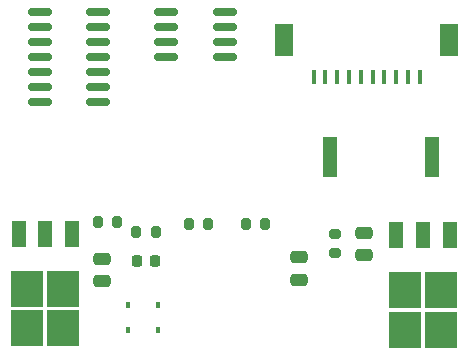
<source format=gbr>
G04 #@! TF.GenerationSoftware,KiCad,Pcbnew,(6.0.0)*
G04 #@! TF.CreationDate,2022-01-31T19:46:37-05:00*
G04 #@! TF.ProjectId,megadesk,6d656761-6465-4736-9b2e-6b696361645f,rev?*
G04 #@! TF.SameCoordinates,Original*
G04 #@! TF.FileFunction,Paste,Top*
G04 #@! TF.FilePolarity,Positive*
%FSLAX46Y46*%
G04 Gerber Fmt 4.6, Leading zero omitted, Abs format (unit mm)*
G04 Created by KiCad (PCBNEW (6.0.0)) date 2022-01-31 19:46:37*
%MOMM*%
%LPD*%
G01*
G04 APERTURE LIST*
G04 Aperture macros list*
%AMRoundRect*
0 Rectangle with rounded corners*
0 $1 Rounding radius*
0 $2 $3 $4 $5 $6 $7 $8 $9 X,Y pos of 4 corners*
0 Add a 4 corners polygon primitive as box body*
4,1,4,$2,$3,$4,$5,$6,$7,$8,$9,$2,$3,0*
0 Add four circle primitives for the rounded corners*
1,1,$1+$1,$2,$3*
1,1,$1+$1,$4,$5*
1,1,$1+$1,$6,$7*
1,1,$1+$1,$8,$9*
0 Add four rect primitives between the rounded corners*
20,1,$1+$1,$2,$3,$4,$5,0*
20,1,$1+$1,$4,$5,$6,$7,0*
20,1,$1+$1,$6,$7,$8,$9,0*
20,1,$1+$1,$8,$9,$2,$3,0*%
G04 Aperture macros list end*
%ADD10R,0.450000X0.600000*%
%ADD11R,2.750000X3.050000*%
%ADD12R,1.200000X2.200000*%
%ADD13R,1.600000X2.800000*%
%ADD14R,0.300000X1.300000*%
%ADD15RoundRect,0.225000X0.225000X0.250000X-0.225000X0.250000X-0.225000X-0.250000X0.225000X-0.250000X0*%
%ADD16RoundRect,0.200000X-0.275000X0.200000X-0.275000X-0.200000X0.275000X-0.200000X0.275000X0.200000X0*%
%ADD17RoundRect,0.200000X0.200000X0.275000X-0.200000X0.275000X-0.200000X-0.275000X0.200000X-0.275000X0*%
%ADD18R,1.300000X3.400000*%
%ADD19RoundRect,0.250000X-0.475000X0.250000X-0.475000X-0.250000X0.475000X-0.250000X0.475000X0.250000X0*%
%ADD20RoundRect,0.150000X-0.825000X-0.150000X0.825000X-0.150000X0.825000X0.150000X-0.825000X0.150000X0*%
%ADD21RoundRect,0.200000X-0.200000X-0.275000X0.200000X-0.275000X0.200000X0.275000X-0.200000X0.275000X0*%
%ADD22RoundRect,0.150000X0.825000X0.150000X-0.825000X0.150000X-0.825000X-0.150000X0.825000X-0.150000X0*%
G04 APERTURE END LIST*
D10*
X110700000Y-133400000D03*
X110700000Y-131300000D03*
D11*
X137225000Y-133375000D03*
X134175000Y-133375000D03*
X137225000Y-130025000D03*
X134175000Y-130025000D03*
D12*
X137980000Y-125400000D03*
X135700000Y-125400000D03*
X133420000Y-125400000D03*
D13*
X123900000Y-108900000D03*
X137900000Y-108900000D03*
D14*
X135400000Y-112000000D03*
X134400000Y-112000000D03*
X133400000Y-112000000D03*
X132400000Y-112000000D03*
X131400000Y-112000000D03*
X130400000Y-112000000D03*
X129400000Y-112000000D03*
X128400000Y-112000000D03*
X127400000Y-112000000D03*
X126400000Y-112000000D03*
D15*
X112975000Y-127600000D03*
X111425000Y-127600000D03*
D16*
X128200000Y-125275000D03*
X128200000Y-126925000D03*
D17*
X117496000Y-124412000D03*
X115846000Y-124412000D03*
X113025000Y-125100000D03*
X111375000Y-125100000D03*
D18*
X127750000Y-118800000D03*
X136450000Y-118800000D03*
D19*
X130700000Y-125200000D03*
X130700000Y-127100000D03*
D10*
X113200000Y-131300000D03*
X113200000Y-133400000D03*
D11*
X105225000Y-133275000D03*
X105225000Y-129925000D03*
X102175000Y-129925000D03*
X102175000Y-133275000D03*
D12*
X105980000Y-125300000D03*
X103700000Y-125300000D03*
X101420000Y-125300000D03*
D20*
X103225000Y-106490000D03*
X103225000Y-107760000D03*
X103225000Y-109030000D03*
X103225000Y-110300000D03*
X103225000Y-111570000D03*
X103225000Y-112840000D03*
X103225000Y-114110000D03*
X108175000Y-114110000D03*
X108175000Y-112840000D03*
X108175000Y-111570000D03*
X108175000Y-110300000D03*
X108175000Y-109030000D03*
X108175000Y-107760000D03*
X108175000Y-106490000D03*
D19*
X108500000Y-127400000D03*
X108500000Y-129300000D03*
D21*
X108150000Y-124300000D03*
X109800000Y-124300000D03*
D19*
X125200000Y-127250000D03*
X125200000Y-129150000D03*
D17*
X122325000Y-124412000D03*
X120675000Y-124412000D03*
D22*
X118875000Y-110305000D03*
X118875000Y-109035000D03*
X118875000Y-107765000D03*
X118875000Y-106495000D03*
X113925000Y-106495000D03*
X113925000Y-107765000D03*
X113925000Y-109035000D03*
X113925000Y-110305000D03*
M02*

</source>
